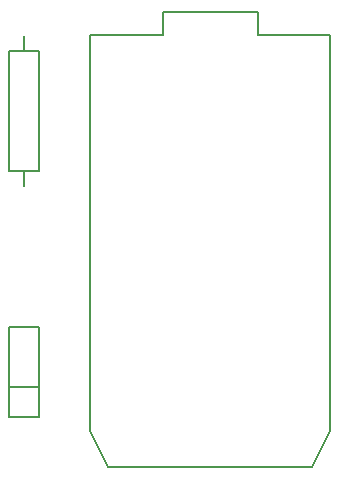
<source format=gto>
G04 #@! TF.FileFunction,Legend,Top*
%FSLAX46Y46*%
G04 Gerber Fmt 4.6, Leading zero omitted, Abs format (unit mm)*
G04 Created by KiCad (PCBNEW (2015-11-24 BZR 6329, Git e511afd)-product) date Die 01 Dez 2015 10:43:08 CET*
%MOMM*%
G01*
G04 APERTURE LIST*
%ADD10C,0.150000*%
%ADD11C,0.152400*%
G04 APERTURE END LIST*
D10*
X140240000Y-108062000D02*
X138716000Y-111110000D01*
X119920000Y-108062000D02*
X121444000Y-111110000D01*
X121444000Y-111110000D02*
X138716000Y-111110000D01*
X140240000Y-74534000D02*
X140240000Y-108062000D01*
X119920000Y-74534000D02*
X119920000Y-108062000D01*
X134093200Y-74534000D02*
X140240000Y-74534000D01*
X126066800Y-74534000D02*
X119920000Y-74534000D01*
X126066800Y-72629000D02*
X126066800Y-74534000D01*
X134093200Y-72629000D02*
X134093200Y-74534000D01*
X126066800Y-72629000D02*
X134093200Y-72629000D01*
D11*
X115570000Y-106934000D02*
X113030000Y-106934000D01*
X113030000Y-106934000D02*
X113030000Y-99314000D01*
X113030000Y-99314000D02*
X115570000Y-99314000D01*
X115570000Y-99314000D02*
X115570000Y-106934000D01*
X113030000Y-104394000D02*
X115570000Y-104394000D01*
D10*
X115570000Y-75946000D02*
X113030000Y-75946000D01*
X113030000Y-75946000D02*
X113030000Y-86106000D01*
X113030000Y-86106000D02*
X115570000Y-86106000D01*
X115570000Y-86106000D02*
X115570000Y-75946000D01*
X114300000Y-87376000D02*
X114300000Y-86106000D01*
X114300000Y-74676000D02*
X114300000Y-75946000D01*
M02*

</source>
